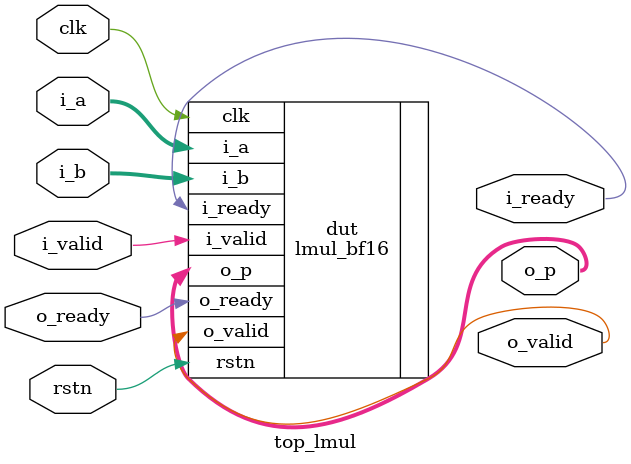
<source format=v>
module top_lmul (
    input  wire        clk,
    input  wire        rstn,
    input  wire        i_valid,
    output wire        i_ready,
    input  wire [15:0] i_a,
    input  wire [15:0] i_b,
    output wire        o_valid,
    input  wire        o_ready,
    output wire [15:0] o_p
);

    // Instantiate lmul_bf16
    lmul_bf16 #(
        .E_BITS(8),
        .M_BITS(7),
        .EM_BITS(15),
        .BITW(16)
    ) dut (
        .clk(clk),
        .rstn(rstn),
        .i_valid(i_valid),
        .i_ready(i_ready),
        .i_a(i_a),
        .i_b(i_b),
        .o_valid(o_valid),
        .o_ready(o_ready),
        .o_p(o_p)
    );

endmodule
</source>
